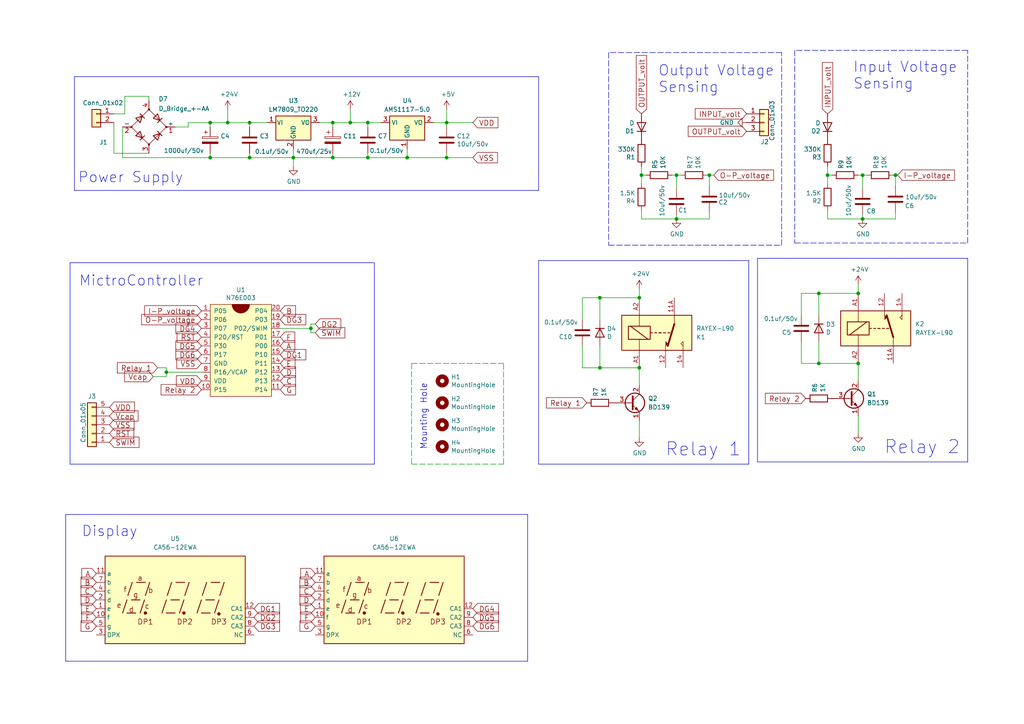
<source format=kicad_sch>
(kicad_sch (version 20231120) (generator "eeschema") (generator_version "8.0")
  (paper "A4")
  (lib_symbols
    (symbol "Connector_Generic:Conn_01x02" (pin_names (offset 1.016) hide)
      (property "Reference" "J" (at 0 2.54 0))
      (property "Value" "Conn_01x02" (at 0 -5.08 0))
      (symbol "Conn_01x02_1_1"
        (rectangle (start -1.27 -2.413) (end 0 -2.667) (stroke (width 0.1524)))
        (rectangle (start -1.27 0.127) (end 0 -0.127) (stroke (width 0.1524)))
        (rectangle (start -1.27 1.27) (end 1.27 -3.81) (stroke (width 0.254)) (fill (type background)))
        (pin passive line (at -5.08 0 0) (length 3.81) (name "Pin_1") (number "1"))
        (pin passive line (at -5.08 -2.54 0) (length 3.81) (name "Pin_2") (number "2"))
      )
    )
    (symbol "Connector_Generic:Conn_01x03" (pin_names (offset 1.016) hide)
      (property "Reference" "J" (at 0 5.08 0))
      (property "Value" "Conn_01x03" (at 0 -5.08 0))
      (symbol "Conn_01x03_1_1"
        (rectangle (start -1.27 -2.413) (end 0 -2.667) (stroke (width 0.1524)))
        (rectangle (start -1.27 0.127) (end 0 -0.127) (stroke (width 0.1524)))
        (rectangle (start -1.27 2.667) (end 0 2.413) (stroke (width 0.1524)))
        (rectangle (start -1.27 3.81) (end 1.27 -3.81) (stroke (width 0.254)) (fill (type background)))
        (pin passive line (at -5.08 2.54 0) (length 3.81) (name "Pin_1") (number "1"))
        (pin passive line (at -5.08 0 0) (length 3.81) (name "Pin_2") (number "2"))
        (pin passive line (at -5.08 -2.54 0) (length 3.81) (name "Pin_3") (number "3"))
      )
    )
    (symbol "Connector_Generic:Conn_01x05" (pin_names (offset 1.016) hide)
      (property "Reference" "J" (at 0 7.62 0))
      (property "Value" "Conn_01x05" (at 0 -7.62 0))
      (symbol "Conn_01x05_1_1"
        (rectangle (start -1.27 -4.953) (end 0 -5.207) (stroke (width 0.1524)))
        (rectangle (start -1.27 -2.413) (end 0 -2.667) (stroke (width 0.1524)))
        (rectangle (start -1.27 0.127) (end 0 -0.127) (stroke (width 0.1524)))
        (rectangle (start -1.27 2.667) (end 0 2.413) (stroke (width 0.1524)))
        (rectangle (start -1.27 5.207) (end 0 4.953) (stroke (width 0.1524)))
        (rectangle (start -1.27 6.35) (end 1.27 -6.35) (stroke (width 0.254)) (fill (type background)))
        (pin passive line (at -5.08 5.08 0) (length 3.81) (name "Pin_1") (number "1"))
        (pin passive line (at -5.08 2.54 0) (length 3.81) (name "Pin_2") (number "2"))
        (pin passive line (at -5.08 0 0) (length 3.81) (name "Pin_3") (number "3"))
        (pin passive line (at -5.08 -2.54 0) (length 3.81) (name "Pin_4") (number "4"))
        (pin passive line (at -5.08 -5.08 0) (length 3.81) (name "Pin_5") (number "5"))
      )
    )
    (symbol "Device:C" (pin_numbers hide) (pin_names (offset 0.254))
      (property "Reference" "C" (at 0.635 2.54 0))
      (property "Value" "C" (at 0.635 -2.54 0))
      (symbol "C_0_1"
        (polyline (pts (xy -2.032 -0.762) (xy 2.032 -0.762)) (stroke (width 0.508)))
        (polyline (pts (xy -2.032 0.762) (xy 2.032 0.762)) (stroke (width 0.508)))
      )
      (symbol "C_1_1"
        (pin passive line (at 0 3.81 270) (length 2.794) (name "~") (number "1"))
        (pin passive line (at 0 -3.81 90) (length 2.794) (name "~") (number "2"))
      )
    )
    (symbol "Device:D" (pin_numbers hide) (pin_names (offset 1.016) hide)
      (property "Reference" "D" (at 0 2.54 0))
      (property "Value" "D" (at 0 -2.54 0))
      (symbol "D_0_1"
        (polyline (pts (xy -1.27 1.27) (xy -1.27 -1.27)) (stroke (width 0.254)))
        (polyline (pts (xy 1.27 0) (xy -1.27 0)))
        (polyline (pts (xy 1.27 1.27) (xy 1.27 -1.27) (xy -1.27 0) (xy 1.27 1.27)) (stroke (width 0.254)))
      )
      (symbol "D_1_1"
        (pin passive line (at -3.81 0 0) (length 2.54) (name "K") (number "1"))
        (pin passive line (at 3.81 0 180) (length 2.54) (name "A") (number "2"))
      )
    )
    (symbol "Device:D_Bridge_+-AA" (pin_names (offset 0))
      (property "Reference" "D" (at 2.54 6.985 0))
      (property "Value" "D_Bridge_+-AA" (at 2.54 5.08 0))
      (symbol "D_Bridge_+-AA_0_1"
        (circle (center -5.08 0) (radius 0.254) (fill (type outline)))
        (circle (center 0 -5.08) (radius 0.254) (fill (type outline)))
        (polyline (pts (xy -2.54 3.81) (xy -1.27 2.54)) (stroke (width 0.254)))
        (polyline (pts (xy -1.27 -2.54) (xy -2.54 -3.81)) (stroke (width 0.254)))
        (polyline (pts (xy 2.54 -1.27) (xy 3.81 -2.54)) (stroke (width 0.254)))
        (polyline (pts (xy 2.54 1.27) (xy 3.81 2.54)) (stroke (width 0.254)))
        (polyline (pts (xy -3.81 2.54) (xy -2.54 1.27) (xy -1.905 3.175) (xy -3.81 2.54)) (stroke (width 0.254)))
        (polyline (pts (xy -2.54 -1.27) (xy -3.81 -2.54) (xy -1.905 -3.175) (xy -2.54 -1.27)) (stroke (width 0.254)))
        (polyline (pts (xy 1.27 2.54) (xy 2.54 3.81) (xy 3.175 1.905) (xy 1.27 2.54)) (stroke (width 0.254)))
        (polyline (pts (xy 3.175 -1.905) (xy 1.27 -2.54) (xy 2.54 -3.81) (xy 3.175 -1.905)) (stroke (width 0.254)))
        (polyline (pts (xy -5.08 0) (xy 0 -5.08) (xy 5.08 0) (xy 0 5.08) (xy -5.08 0)))
        (circle (center 0 5.08) (radius 0.254) (fill (type outline)))
        (circle (center 5.08 0) (radius 0.254) (fill (type outline)))
      )
      (symbol "D_Bridge_+-AA_1_1"
        (pin passive line (at 7.62 0 180) (length 2.54) (name "+") (number "1"))
        (pin passive line (at -7.62 0 0) (length 2.54) (name "-") (number "2"))
        (pin passive line (at 0 7.62 270) (length 2.54) (name "~") (number "3"))
        (pin passive line (at 0 -7.62 90) (length 2.54) (name "~") (number "4"))
      )
    )
    (symbol "Device:R" (pin_numbers hide) (pin_names (offset 0))
      (property "Reference" "R" (at 2.032 0 90))
      (property "Value" "R" (at 0 0 90))
      (symbol "R_0_1"
        (rectangle (start -1.016 -2.54) (end 1.016 2.54) (stroke (width 0.254)))
      )
      (symbol "R_1_1"
        (pin passive line (at 0 3.81 270) (length 1.27) (name "~") (number "1"))
        (pin passive line (at 0 -3.81 90) (length 1.27) (name "~") (number "2"))
      )
    )
    (symbol "Mechanical:MountingHole" (pin_names (offset 1.016)) (exclude_from_sim yes) (in_bom no)
      (property "Reference" "H" (at 0 5.08 0))
      (property "Value" "MountingHole" (at 0 3.175 0))
      (symbol "MountingHole_0_1"
        (circle (center 0 0) (radius 1.27) (stroke (width 1.27)))
      )
    )
    (symbol "My_Custom_Library:CA56-12EWA"
      (property "Reference" "U" (at -19.05 13.97 0))
      (property "Value" "CA56-12EWA" (at 13.97 13.97 0))
      (symbol "CA56-12EWA_0_0"
        (polyline (pts (xy -15.24 -3.81) (xy -13.97 0)) (stroke (width 0.254)))
        (polyline (pts (xy -13.97 -3.81) (xy -11.43 -3.81)) (stroke (width 0.254)))
        (polyline (pts (xy -13.716 1.27) (xy -12.446 5.08)) (stroke (width 0.254)))
        (polyline (pts (xy -12.7 0) (xy -10.16 0)) (stroke (width 0.254)))
        (polyline (pts (xy -11.176 5.08) (xy -8.636 5.08)) (stroke (width 0.254)))
        (polyline (pts (xy -10.16 -3.81) (xy -8.89 0)) (stroke (width 0.254)))
        (polyline (pts (xy -8.636 1.27) (xy -7.366 5.08)) (stroke (width 0.254)))
        (polyline (pts (xy -3.81 -3.81) (xy -2.54 0)) (stroke (width 0.254)))
        (polyline (pts (xy -2.54 -3.81) (xy 0 -3.81)) (stroke (width 0.254)))
        (polyline (pts (xy -2.286 1.27) (xy -1.016 5.08)) (stroke (width 0.254)))
        (polyline (pts (xy -1.27 0) (xy 1.27 0)) (stroke (width 0.254)))
        (polyline (pts (xy 0.254 5.08) (xy 2.794 5.08)) (stroke (width 0.254)))
        (polyline (pts (xy 1.27 -3.81) (xy 2.54 0)) (stroke (width 0.254)))
        (polyline (pts (xy 2.794 1.27) (xy 4.064 5.08)) (stroke (width 0.254)))
        (polyline (pts (xy 6.35 -3.81) (xy 7.62 0)) (stroke (width 0.254)))
        (polyline (pts (xy 7.62 -3.81) (xy 10.16 -3.81)) (stroke (width 0.254)))
        (polyline (pts (xy 7.874 1.27) (xy 9.144 5.08)) (stroke (width 0.254)))
        (polyline (pts (xy 8.89 0) (xy 11.43 0)) (stroke (width 0.254)))
        (polyline (pts (xy 10.414 5.08) (xy 12.954 5.08)) (stroke (width 0.254)))
        (polyline (pts (xy 11.43 -3.81) (xy 12.7 0)) (stroke (width 0.254)))
        (polyline (pts (xy 12.954 1.27) (xy 14.224 5.08)) (stroke (width 0.254)))
        (text "a" (at -10.16 6.35 0) (effects (font (size 1.524 1.524))))
        (text "b" (at -7.112 2.794 0) (effects (font (size 1.524 1.524))))
        (text "c" (at -8.128 -1.778 0) (effects (font (size 1.524 1.524))))
        (text "d" (at -12.7 -2.794 0) (effects (font (size 1.524 1.524))))
        (text "DP1" (at -8.636 -6.35 0) (effects (font (size 1.524 1.524))))
        (text "DP2" (at 2.794 -6.35 0) (effects (font (size 1.524 1.524))))
        (text "DP3" (at 12.7 -6.35 0) (effects (font (size 1.524 1.524))))
        (text "e" (at -16.256 -1.524 0) (effects (font (size 1.524 1.524))))
        (text "f" (at -14.478 3.048 0) (effects (font (size 1.524 1.524))))
        (text "g" (at -11.43 1.524 0) (effects (font (size 1.524 1.524))))
      )
      (symbol "CA56-12EWA_0_1"
        (rectangle (start -20.32 12.7) (end 20.32 -12.7) (stroke (width 0.254)) (fill (type background)))
        (circle (center -8.636 -3.81) (radius 0.3556) (stroke (width 0.254)) (fill (type outline)))
        (circle (center 2.54 -3.81) (radius 0.3556) (stroke (width 0.254)) (fill (type outline)))
      )
      (symbol "CA56-12EWA_1_0"
        (circle (center 12.7 -4.064) (radius 0.3556) (stroke (width 0.254)) (fill (type outline)))
      )
      (symbol "CA56-12EWA_1_1"
        (pin input line (at -22.86 -2.54 0) (length 2.54) (name "e") (number "1"))
        (pin input line (at -22.86 -5.08 0) (length 2.54) (name "f") (number "10"))
        (pin input line (at -22.86 7.62 0) (length 2.54) (name "a") (number "11"))
        (pin input line (at 22.86 -2.54 180) (length 2.54) (name "CA1") (number "12"))
        (pin input line (at -22.86 0 0) (length 2.54) (name "d") (number "2"))
        (pin input line (at -22.86 -10.16 0) (length 2.54) (name "DPX") (number "3"))
        (pin input line (at -22.86 2.54 0) (length 2.54) (name "c") (number "4"))
        (pin input line (at -22.86 -7.62 0) (length 2.54) (name "g") (number "5"))
        (pin input line (at 22.86 -10.16 180) (length 2.54) (name "NC") (number "6"))
        (pin input line (at -22.86 5.08 0) (length 2.54) (name "b") (number "7"))
        (pin input line (at 22.86 -7.62 180) (length 2.54) (name "CA3") (number "8"))
        (pin input line (at 22.86 -5.08 180) (length 2.54) (name "CA2") (number "9"))
      )
    )
    (symbol "Regulator_Linear:AMS1117-5.0"
      (property "Reference" "U" (at -3.81 3.175 0))
      (property "Value" "AMS1117-5.0" (at 0 3.175 0))
      (symbol "AMS1117-5.0_0_1"
        (rectangle (start -5.08 -5.08) (end 5.08 1.905) (stroke (width 0.254)) (fill (type background)))
      )
      (symbol "AMS1117-5.0_1_1"
        (pin power_in line (at 0 -7.62 90) (length 2.54) (name "GND") (number "1"))
        (pin power_out line (at 7.62 0 180) (length 2.54) (name "VO") (number "2"))
        (pin power_in line (at -7.62 0 0) (length 2.54) (name "VI") (number "3"))
      )
    )
    (symbol "Regulator_Linear:LM7812_TO220" (pin_names (offset 0.254))
      (property "Reference" "U" (at -3.81 3.175 0))
      (property "Value" "LM7812_TO220" (at 0 3.175 0))
      (symbol "LM7812_TO220_0_1"
        (rectangle (start -5.08 1.905) (end 5.08 -5.08) (stroke (width 0.254)) (fill (type background)))
      )
      (symbol "LM7812_TO220_1_1"
        (pin power_in line (at -7.62 0 0) (length 2.54) (name "VI") (number "1"))
        (pin power_in line (at 0 -7.62 90) (length 2.54) (name "GND") (number "2"))
        (pin power_out line (at 7.62 0 180) (length 2.54) (name "VO") (number "3"))
      )
    )
    (symbol "Relay:RAYEX-L90"
      (property "Reference" "K" (at 11.43 3.81 0))
      (property "Value" "RAYEX-L90" (at 11.43 1.27 0))
      (symbol "RAYEX-L90_1_0"
        (polyline (pts (xy 2.54 3.81) (xy 2.54 5.08)))
        (polyline (pts (xy 7.62 3.81) (xy 7.62 5.08)))
        (polyline (pts (xy 7.62 3.81) (xy 7.62 2.54) (xy 6.985 3.175) (xy 7.62 3.81)))
      )
      (symbol "RAYEX-L90_1_1"
        (rectangle (start -10.16 5.08) (end 10.16 -5.08) (stroke (width 0.254)) (fill (type background)))
        (rectangle (start -8.255 1.905) (end -1.905 -1.905) (stroke (width 0.254)))
        (polyline (pts (xy -7.62 -1.905) (xy -2.54 1.905)) (stroke (width 0.254)))
        (polyline (pts (xy -5.08 -5.08) (xy -5.08 -1.905)))
        (polyline (pts (xy -5.08 5.08) (xy -5.08 1.905)))
        (polyline (pts (xy -1.905 0) (xy -1.27 0)) (stroke (width 0.254)))
        (polyline (pts (xy -0.635 0) (xy 0 0)) (stroke (width 0.254)))
        (polyline (pts (xy 0.635 0) (xy 1.27 0)) (stroke (width 0.254)))
        (polyline (pts (xy 0.635 0) (xy 1.27 0)) (stroke (width 0.254)))
        (polyline (pts (xy 1.905 0) (xy 2.54 0)) (stroke (width 0.254)))
        (polyline (pts (xy 3.175 0) (xy 3.81 0)) (stroke (width 0.254)))
        (polyline (pts (xy 5.08 -2.54) (xy 3.175 3.81)) (stroke (width 0.508)))
        (polyline (pts (xy 5.08 -2.54) (xy 5.08 -5.08)))
        (polyline (pts (xy 2.54 2.54) (xy 3.175 3.175) (xy 2.54 3.81)) (fill (type outline)))
        (pin passive line (at 5.08 -10.16 90) (length 5.08) (name "~") (number "11A"))
        (pin passive line (at 5.08 -10.16 90) (length 5.08) hide (name "~") (number "11B"))
        (pin passive line (at 2.54 10.16 270) (length 5.08) (name "~") (number "12"))
        (pin passive line (at 7.62 10.16 270) (length 5.08) (name "~") (number "14"))
        (pin passive line (at -5.08 10.16 270) (length 5.08) (name "~") (number "A1"))
        (pin passive line (at -5.08 -10.16 90) (length 5.08) (name "~") (number "A2"))
      )
    )
    (symbol "SERVO CONTROL CARD-rescue:+12V-power" (power) (pin_names (offset 0))
      (property "Value" "power_+12V" (at 0 3.556 0))
      (symbol "+12V-power_0_1"
        (polyline (pts (xy -0.762 1.27) (xy 0 2.54)))
        (polyline (pts (xy 0 0) (xy 0 2.54)))
        (polyline (pts (xy 0 2.54) (xy 0.762 1.27)))
      )
      (symbol "+12V-power_1_1"
        (pin power_in line (at 0 0 90) (length 0) hide (name "+12V") (number "1"))
      )
    )
    (symbol "SERVO CONTROL CARD-rescue:+5V-power" (power) (pin_names (offset 0))
      (property "Value" "power_+5V" (at 0 3.556 0))
      (symbol "+5V-power_0_1"
        (polyline (pts (xy -0.762 1.27) (xy 0 2.54)))
        (polyline (pts (xy 0 0) (xy 0 2.54)))
        (polyline (pts (xy 0 2.54) (xy 0.762 1.27)))
      )
      (symbol "+5V-power_1_1"
        (pin power_in line (at 0 0 90) (length 0) hide (name "+5V") (number "1"))
      )
    )
    (symbol "SERVO CONTROL CARD-rescue:CP-Device" (pin_numbers hide) (pin_names (offset 0.254))
      (property "Reference" "C" (at 0.635 2.54 0))
      (property "Value" "Device_CP" (at 0.635 -2.54 0))
      (symbol "CP-Device_0_1"
        (rectangle (start -2.286 0.508) (end 2.286 1.016))
        (polyline (pts (xy -1.778 2.286) (xy -0.762 2.286)))
        (polyline (pts (xy -1.27 2.794) (xy -1.27 1.778)))
        (rectangle (start 2.286 -0.508) (end -2.286 -1.016) (fill (type outline)))
      )
      (symbol "CP-Device_1_1"
        (pin passive line (at 0 3.81 270) (length 2.794) (name "~") (number "1"))
        (pin passive line (at 0 -3.81 90) (length 2.794) (name "~") (number "2"))
      )
    )
    (symbol "SERVO CONTROL CARD-rescue:GND-power" (power) (pin_names (offset 0))
      (property "Value" "power_GND" (at 0 -3.81 0))
      (symbol "GND-power_0_1"
        (polyline (pts (xy 0 0) (xy 0 -1.27) (xy 1.27 -1.27) (xy 0 -2.54) (xy -1.27 -1.27) (xy 0 -1.27)))
      )
      (symbol "GND-power_1_1"
        (pin power_in line (at 0 0 270) (length 0) hide (name "GND") (number "1"))
      )
    )
    (symbol "SERVO CONTROL CARD-rescue:N76E003-My_Custom_Library" (pin_names (offset 1.016))
      (property "Reference" "U" (at -8.255 15.24 0))
      (property "Value" "My_Custom_Library_N76E003" (at 0 -13.97 0))
      (symbol "N76E003-My_Custom_Library_0_1"
        (rectangle (start -8.89 13.97) (end 8.89 -12.7) (fill (type background)))
        (arc (start -2.54 13.97) (mid 0 11.43) (end 2.54 13.97) (fill (type outline)))
      )
      (symbol "N76E003-My_Custom_Library_1_1"
        (pin input line (at -11.43 12.065 0) (length 2.54) (name "P05") (number "1"))
        (pin input line (at -11.43 -10.795 0) (length 2.54) (name "P15") (number "10"))
        (pin input line (at 11.43 -10.795 180) (length 2.54) (name "P14") (number "11"))
        (pin input line (at 11.43 -8.255 180) (length 2.54) (name "P13") (number "12"))
        (pin input line (at 11.43 -5.715 180) (length 2.54) (name "P12") (number "13"))
        (pin input line (at 11.43 -3.175 180) (length 2.54) (name "P11") (number "14"))
        (pin input line (at 11.43 -0.635 180) (length 2.54) (name "P10") (number "15"))
        (pin input line (at 11.43 1.905 180) (length 2.54) (name "P00") (number "16"))
        (pin input line (at 11.43 4.445 180) (length 2.54) (name "P01") (number "17"))
        (pin input line (at 11.43 6.985 180) (length 2.54) (name "P02/SWIM") (number "18"))
        (pin input line (at 11.43 9.525 180) (length 2.54) (name "P03") (number "19"))
        (pin input line (at -11.43 9.525 0) (length 2.54) (name "P06") (number "2"))
        (pin input line (at 11.43 12.065 180) (length 2.54) (name "P04") (number "20"))
        (pin input line (at -11.43 6.985 0) (length 2.54) (name "P07") (number "3"))
        (pin input line (at -11.43 4.445 0) (length 2.54) (name "P20/RST") (number "4"))
        (pin input line (at -11.43 1.905 0) (length 2.54) (name "P30") (number "5"))
        (pin input line (at -11.43 -0.635 0) (length 2.54) (name "P17") (number "6"))
        (pin input line (at -11.43 -3.175 0) (length 2.54) (name "GND") (number "7"))
        (pin input line (at -11.43 -5.715 0) (length 2.54) (name "P16/VCAP") (number "8"))
        (pin input line (at -11.43 -8.255 0) (length 2.54) (name "VDD") (number "9"))
      )
    )
    (symbol "Transistor_BJT:BD139" (pin_names (offset 0) hide)
      (property "Reference" "Q" (at 5.08 1.905 0))
      (property "Value" "BD139" (at 5.08 0 0))
      (symbol "BD139_0_1"
        (polyline (pts (xy 0 0) (xy 0.635 0)))
        (polyline (pts (xy 2.54 -2.54) (xy 0.635 -0.635)))
        (polyline (pts (xy 2.54 2.54) (xy 0.635 0.635)))
        (polyline (pts (xy 0.635 1.905) (xy 0.635 -1.905) (xy 0.635 -1.905)) (stroke (width 0.508)) (fill (type outline)))
        (polyline (pts (xy 1.2446 -1.778) (xy 1.7526 -1.27) (xy 2.286 -2.286) (xy 1.2446 -1.778) (xy 1.2446 -1.778)) (fill (type outline)))
        (circle (center 1.27 0) (radius 2.8194) (stroke (width 0.3048)))
      )
      (symbol "BD139_1_1"
        (pin passive line (at 2.54 -5.08 90) (length 2.54) (name "E") (number "1"))
        (pin passive line (at 2.54 5.08 270) (length 2.54) (name "C") (number "2"))
        (pin input line (at -5.08 0 0) (length 5.08) (name "B") (number "3"))
      )
    )
    (symbol "power:GND" (power) (pin_numbers hide) (pin_names (offset 0) hide)
      (property "Value" "GND" (at 0 -3.81 0))
      (symbol "GND_0_1"
        (polyline (pts (xy 0 0) (xy 0 -1.27) (xy 1.27 -1.27) (xy 0 -2.54) (xy -1.27 -1.27) (xy 0 -1.27)))
      )
      (symbol "GND_1_1"
        (pin power_in line (at 0 0 270) (length 0) (name "~") (number "1"))
      )
    )
  )
  (junction (at 118.11 45.72))
  (junction (at 96.52 45.72))
  (junction (at 60.96 35.56))
  (junction (at 196.215 50.8))
  (junction (at 129.54 45.72))
  (junction (at 72.39 35.56))
  (junction (at 185.42 86.36))
  (junction (at 48.26 107.95))
  (junction (at 96.52 35.56))
  (junction (at 185.42 106.68))
  (junction (at 250.19 50.8))
  (junction (at 237.49 105.41))
  (junction (at 101.6 35.56))
  (junction (at 237.49 85.09))
  (junction (at 205.74 50.8))
  (junction (at 250.19 63.5))
  (junction (at 248.92 85.09))
  (junction (at 259.715 50.8))
  (junction (at 173.99 106.68))
  (junction (at 186.055 50.8))
  (junction (at 248.92 105.41))
  (junction (at 60.96 45.72))
  (junction (at 85.09 45.72))
  (junction (at 106.68 45.72))
  (junction (at 173.99 86.36))
  (junction (at 240.03 50.8))
  (junction (at 66.04 35.56))
  (junction (at 72.39 45.72))
  (junction (at 129.54 35.56))
  (junction (at 106.68 35.56))
  (junction (at 196.215 63.5))
  (junction (at 90.17 95.25))
  (wire (pts (xy 186.055 50.8) (xy 186.055 53.34)))
  (polyline (pts (xy 219.71 133.985) (xy 280.67 133.985)))
  (wire (pts (xy 186.055 63.5) (xy 196.215 63.5)))
  (wire (pts (xy 101.6 31.75) (xy 101.6 35.56)))
  (wire (pts (xy 250.19 63.5) (xy 259.715 63.5)))
  (polyline (pts (xy 176.53 71.12) (xy 226.695 71.12)) (stroke (width 0) (type dash)))
  (wire (pts (xy 250.19 54.61) (xy 250.19 50.8)))
  (wire (pts (xy 129.54 35.56) (xy 129.54 36.83)))
  (wire (pts (xy 232.41 105.41) (xy 237.49 105.41)))
  (wire (pts (xy 92.71 35.56) (xy 96.52 35.56)))
  (wire (pts (xy 35.56 45.72) (xy 60.96 45.72)))
  (wire (pts (xy 106.68 45.72) (xy 118.11 45.72)))
  (wire (pts (xy 90.17 96.52) (xy 91.44 96.52)))
  (wire (pts (xy 168.91 86.36) (xy 173.99 86.36)))
  (wire (pts (xy 248.92 82.55) (xy 248.92 85.09)))
  (polyline (pts (xy 21.59 55.245) (xy 156.21 55.245)))
  (wire (pts (xy 259.715 63.5) (xy 259.715 61.595)))
  (wire (pts (xy 232.41 85.09) (xy 237.49 85.09)))
  (wire (pts (xy 240.03 48.26) (xy 240.03 50.8)))
  (wire (pts (xy 259.08 50.8) (xy 259.715 50.8)))
  (wire (pts (xy 90.17 93.98) (xy 91.44 93.98)))
  (wire (pts (xy 81.28 95.25) (xy 90.17 95.25)))
  (polyline (pts (xy 226.695 71.12) (xy 226.695 15.24)) (stroke (width 0) (type dash)))
  (wire (pts (xy 50.8 36.83) (xy 54.61 36.83)))
  (wire (pts (xy 60.96 35.56) (xy 60.96 36.83)))
  (polyline (pts (xy 20.32 76.2) (xy 108.585 76.2)))
  (wire (pts (xy 60.96 35.56) (xy 66.04 35.56)))
  (wire (pts (xy 106.68 36.83) (xy 106.68 35.56)))
  (wire (pts (xy 248.92 120.65) (xy 248.92 125.73)))
  (wire (pts (xy 173.99 106.68) (xy 185.42 106.68)))
  (polyline (pts (xy 20.32 134.62) (xy 108.585 134.62)))
  (wire (pts (xy 240.03 60.96) (xy 240.03 63.5)))
  (wire (pts (xy 48.26 107.95) (xy 48.26 106.68)))
  (polyline (pts (xy 108.585 76.2) (xy 108.585 134.62)))
  (polyline (pts (xy 219.71 74.93) (xy 280.67 74.93)))
  (wire (pts (xy 36.195 33.02) (xy 36.195 27.94)))
  (wire (pts (xy 43.18 27.94) (xy 43.18 29.21)))
  (wire (pts (xy 72.39 44.45) (xy 72.39 45.72)))
  (wire (pts (xy 48.26 106.68) (xy 45.72 106.68)))
  (wire (pts (xy 259.715 53.975) (xy 259.715 50.8)))
  (wire (pts (xy 250.19 50.8) (xy 248.92 50.8)))
  (wire (pts (xy 168.91 106.68) (xy 173.99 106.68)))
  (wire (pts (xy 60.96 45.72) (xy 72.39 45.72)))
  (polyline (pts (xy 19.05 149.225) (xy 19.05 191.77)))
  (wire (pts (xy 187.325 50.8) (xy 186.055 50.8)))
  (wire (pts (xy 60.96 44.45) (xy 60.96 45.72)))
  (wire (pts (xy 168.91 92.71) (xy 168.91 86.36)))
  (polyline (pts (xy 176.53 15.24) (xy 176.53 71.12)) (stroke (width 0) (type dash)))
  (wire (pts (xy 129.54 31.75) (xy 129.54 35.56)))
  (wire (pts (xy 205.74 50.8) (xy 207.01 50.8)))
  (wire (pts (xy 146.05 134.62) (xy 146.05 105.41)) (stroke (width 0) (type dash)))
  (wire (pts (xy 129.54 35.56) (xy 137.16 35.56)))
  (wire (pts (xy 237.49 85.09) (xy 248.92 85.09)))
  (wire (pts (xy 101.6 35.56) (xy 96.52 35.56)))
  (wire (pts (xy 186.055 60.96) (xy 186.055 63.5)))
  (wire (pts (xy 168.91 100.33) (xy 168.91 106.68)))
  (wire (pts (xy 241.3 50.8) (xy 240.03 50.8)))
  (wire (pts (xy 173.99 92.71) (xy 173.99 86.36)))
  (wire (pts (xy 44.45 109.22) (xy 48.26 109.22)))
  (wire (pts (xy 33.02 44.45) (xy 43.18 44.45)))
  (wire (pts (xy 186.055 48.26) (xy 186.055 50.8)))
  (polyline (pts (xy 280.67 14.605) (xy 230.505 14.605)) (stroke (width 0) (type dash)))
  (wire (pts (xy 36.195 27.94) (xy 43.18 27.94)))
  (wire (pts (xy 118.11 43.18) (xy 118.11 45.72)))
  (wire (pts (xy 54.61 36.83) (xy 54.61 35.56)))
  (polyline (pts (xy 19.05 149.225) (xy 153.035 149.225)))
  (wire (pts (xy 125.73 35.56) (xy 129.54 35.56)))
  (polyline (pts (xy 21.59 22.225) (xy 156.21 22.225)))
  (wire (pts (xy 96.52 35.56) (xy 96.52 36.83)))
  (polyline (pts (xy 153.035 191.77) (xy 19.05 191.77)))
  (wire (pts (xy 106.68 35.56) (xy 110.49 35.56)))
  (wire (pts (xy 173.99 86.36) (xy 185.42 86.36)))
  (polyline (pts (xy 156.21 134.62) (xy 217.17 134.62)))
  (wire (pts (xy 90.17 95.25) (xy 90.17 93.98)))
  (polyline (pts (xy 153.035 149.225) (xy 153.035 191.77)))
  (wire (pts (xy 237.49 99.06) (xy 237.49 105.41)))
  (wire (pts (xy 205.74 63.5) (xy 205.74 61.595)))
  (wire (pts (xy 196.215 54.61) (xy 196.215 50.8)))
  (wire (pts (xy 54.61 35.56) (xy 60.96 35.56)))
  (wire (pts (xy 33.02 33.02) (xy 36.195 33.02)))
  (wire (pts (xy 90.17 95.25) (xy 90.17 96.52)))
  (wire (pts (xy 96.52 45.72) (xy 106.68 45.72)))
  (wire (pts (xy 35.56 36.83) (xy 35.56 45.72)))
  (wire (pts (xy 96.52 44.45) (xy 96.52 45.72)))
  (wire (pts (xy 248.92 105.41) (xy 248.92 110.49)))
  (wire (pts (xy 101.6 35.56) (xy 106.68 35.56)))
  (wire (pts (xy 237.49 105.41) (xy 248.92 105.41)))
  (wire (pts (xy 118.11 45.72) (xy 129.54 45.72)))
  (wire (pts (xy 240.03 63.5) (xy 250.19 63.5)))
  (wire (pts (xy 196.215 63.5) (xy 205.74 63.5)))
  (wire (pts (xy 185.42 83.82) (xy 185.42 86.36)))
  (wire (pts (xy 85.09 48.26) (xy 85.09 45.72)))
  (polyline (pts (xy 217.17 134.62) (xy 217.17 75.565)))
  (polyline (pts (xy 219.71 74.93) (xy 219.71 133.985)))
  (polyline (pts (xy 226.695 15.24) (xy 176.53 15.24)) (stroke (width 0) (type dash)))
  (wire (pts (xy 72.39 45.72) (xy 85.09 45.72)))
  (wire (pts (xy 185.42 106.68) (xy 185.42 111.76)))
  (wire (pts (xy 240.03 50.8) (xy 240.03 53.34)))
  (wire (pts (xy 85.09 43.18) (xy 85.09 45.72)))
  (wire (pts (xy 119.38 134.62) (xy 146.05 134.62)) (stroke (width 0) (type dash)))
  (polyline (pts (xy 156.21 55.245) (xy 156.21 22.225)))
  (wire (pts (xy 250.19 62.23) (xy 250.19 63.5)))
  (wire (pts (xy 72.39 35.56) (xy 72.39 36.83)))
  (wire (pts (xy 232.41 91.44) (xy 232.41 85.09)))
  (wire (pts (xy 173.99 100.33) (xy 173.99 106.68)))
  (wire (pts (xy 48.26 109.22) (xy 48.26 107.95)))
  (wire (pts (xy 237.49 91.44) (xy 237.49 85.09)))
  (wire (pts (xy 185.42 121.92) (xy 185.42 127)))
  (polyline (pts (xy 20.32 134.62) (xy 20.32 76.2)))
  (wire (pts (xy 129.54 45.72) (xy 137.16 45.72)))
  (polyline (pts (xy 230.505 70.485) (xy 280.67 70.485)) (stroke (width 0) (type dash)))
  (wire (pts (xy 33.02 35.56) (xy 33.02 44.45)))
  (wire (pts (xy 119.38 105.41) (xy 146.05 105.41)) (stroke (width 0) (type dash)))
  (polyline (pts (xy 156.21 75.565) (xy 156.21 134.62)))
  (wire (pts (xy 196.215 50.8) (xy 197.485 50.8)))
  (wire (pts (xy 72.39 35.56) (xy 77.47 35.56)))
  (wire (pts (xy 205.105 50.8) (xy 205.74 50.8)))
  (wire (pts (xy 129.54 44.45) (xy 129.54 45.72)))
  (wire (pts (xy 196.215 62.23) (xy 196.215 63.5)))
  (polyline (pts (xy 230.505 14.605) (xy 230.505 70.485)) (stroke (width 0) (type dash)))
  (wire (pts (xy 232.41 99.06) (xy 232.41 105.41)))
  (wire (pts (xy 58.42 107.95) (xy 48.26 107.95)))
  (wire (pts (xy 259.715 50.8) (xy 260.35 50.8)))
  (polyline (pts (xy 280.67 133.985) (xy 280.67 74.93)))
  (wire (pts (xy 106.68 44.45) (xy 106.68 45.72)))
  (wire (pts (xy 85.09 45.72) (xy 96.52 45.72)))
  (wire (pts (xy 205.74 50.8) (xy 205.74 53.975)))
  (wire (pts (xy 119.38 105.41) (xy 119.38 134.62)) (stroke (width 0) (type dash)))
  (wire (pts (xy 66.04 35.56) (xy 66.04 31.75)))
  (polyline (pts (xy 156.21 75.565) (xy 217.17 75.565)))
  (wire (pts (xy 196.215 50.8) (xy 194.945 50.8)))
  (polyline (pts (xy 21.59 22.225) (xy 21.59 55.245)))
  (wire (pts (xy 250.19 50.8) (xy 251.46 50.8)))
  (polyline (pts (xy 280.67 70.485) (xy 280.67 14.605)) (stroke (width 0) (type dash)))
  (wire (pts (xy 66.04 35.56) (xy 72.39 35.56)))
  (text "Relay 2" (at 267.462 129.794 0) (effects (font (size 3.81 3.81))))
  (text "Input Voltage \nSensing" (at 247.396 26.162 0) (effects (font (size 2.9972 2.9972)) (justify left bottom)))
  (text "Display" (at 23.622 155.956 0) (effects (font (size 2.9972 2.9972)) (justify left bottom)))
  (text "Relay 1" (at 203.962 130.429 0) (effects (font (size 3.81 3.81))))
  (text "MictroController" (at 22.86 83.312 0) (effects (font (size 2.9972 2.9972)) (justify left bottom)))
  (text "Output Voltage \nSensing" (at 190.881 27.178 0) (effects (font (size 2.9972 2.9972)) (justify left bottom)))
  (text "Mounting Hole" (at 123.952 130.556 90) (effects (font (size 1.778 1.778)) (justify left bottom)))
  (text "Power Supply\n" (at 22.606 53.34 0) (effects (font (size 2.9972 2.9972)) (justify left bottom)))
  (global_label "B" (shape input) (at 27.94 168.91 180) (effects (font (size 1.524 1.524))) (property "Intersheetrefs" "${INTERSHEET_REFS}" (effects (hide yes))))
  (global_label "DG1" (shape input) (at 73.66 176.53 0) (effects (font (size 1.524 1.524))) (property "Intersheetrefs" "${INTERSHEET_REFS}" (effects (hide yes))))
  (global_label "C" (shape input) (at 27.94 171.45 180) (effects (font (size 1.524 1.524))) (property "Intersheetrefs" "${INTERSHEET_REFS}" (effects (hide yes))))
  (global_label "D" (shape input) (at 27.94 173.99 180) (effects (font (size 1.524 1.524))) (property "Intersheetrefs" "${INTERSHEET_REFS}" (effects (hide yes))))
  (global_label "O-P_voltage" (shape input) (at 207.01 50.8 0) (effects (font (size 1.524 1.524))) (property "Intersheetrefs" "${INTERSHEET_REFS}" (effects (hide yes))))
  (global_label "A" (shape input) (at 27.94 166.37 180) (effects (font (size 1.524 1.524))) (property "Intersheetrefs" "${INTERSHEET_REFS}" (effects (hide yes))))
  (global_label "Vcap" (shape input) (at 44.45 109.22 180) (effects (font (size 1.524 1.524))) (property "Intersheetrefs" "${INTERSHEET_REFS}" (effects (hide yes))))
  (global_label "B" (shape input) (at 91.44 168.91 180) (effects (font (size 1.524 1.524))) (property "Intersheetrefs" "${INTERSHEET_REFS}" (effects (hide yes))))
  (global_label "VDD" (shape input) (at 58.42 110.49 180) (effects (font (size 1.524 1.524))) (property "Intersheetrefs" "${INTERSHEET_REFS}" (effects (hide yes))))
  (global_label "Relay 1" (shape input) (at 170.18 116.84 180) (effects (font (size 1.524 1.524))) (property "Intersheetrefs" "${INTERSHEET_REFS}" (effects (hide yes))))
  (global_label "Vcap" (shape input) (at 31.75 120.65 0) (effects (font (size 1.524 1.524))) (property "Intersheetrefs" "${INTERSHEET_REFS}" (effects (hide yes))))
  (global_label "DG3" (shape input) (at 73.66 181.61 0) (effects (font (size 1.524 1.524))) (property "Intersheetrefs" "${INTERSHEET_REFS}" (effects (hide yes))))
  (global_label "F" (shape input) (at 27.94 179.07 180) (effects (font (size 1.524 1.524))) (property "Intersheetrefs" "${INTERSHEET_REFS}" (effects (hide yes))))
  (global_label "INPUT_volt" (shape input) (at 216.535 33.02 180) (effects (font (size 1.524 1.524))) (property "Intersheetrefs" "${INTERSHEET_REFS}" (effects (hide yes))))
  (global_label "VSS" (shape input) (at 137.16 45.72 0) (effects (font (size 1.524 1.524))) (property "Intersheetrefs" "${INTERSHEET_REFS}" (effects (hide yes))))
  (global_label "Relay 1" (shape input) (at 45.72 106.68 180) (effects (font (size 1.524 1.524))) (property "Intersheetrefs" "${INTERSHEET_REFS}" (effects (hide yes))))
  (global_label "DG2" (shape input) (at 91.44 93.98 0) (effects (font (size 1.524 1.524))) (property "Intersheetrefs" "${INTERSHEET_REFS}" (effects (hide yes))))
  (global_label "A" (shape input) (at 91.44 166.37 180) (effects (font (size 1.524 1.524))) (property "Intersheetrefs" "${INTERSHEET_REFS}" (effects (hide yes))))
  (global_label "D" (shape input) (at 81.28 107.95 0) (effects (font (size 1.524 1.524))) (property "Intersheetrefs" "${INTERSHEET_REFS}" (effects (hide yes))))
  (global_label "B" (shape input) (at 81.28 90.17 0) (effects (font (size 1.524 1.524))) (property "Intersheetrefs" "${INTERSHEET_REFS}" (effects (hide yes))))
  (global_label "INPUT_volt" (shape input) (at 240.03 33.02 90) (effects (font (size 1.524 1.524))) (property "Intersheetrefs" "${INTERSHEET_REFS}" (effects (hide yes))))
  (global_label "D" (shape input) (at 91.44 173.99 180) (effects (font (size 1.524 1.524))) (property "Intersheetrefs" "${INTERSHEET_REFS}" (effects (hide yes))))
  (global_label "I-P_voltage" (shape input) (at 260.35 50.8 0) (effects (font (size 1.524 1.524))) (property "Intersheetrefs" "${INTERSHEET_REFS}" (effects (hide yes))))
  (global_label "O-P_voltage" (shape input) (at 58.42 92.71 180) (effects (font (size 1.524 1.524))) (property "Intersheetrefs" "${INTERSHEET_REFS}" (effects (hide yes))))
  (global_label "F" (shape input) (at 81.28 97.79 0) (effects (font (size 1.524 1.524))) (property "Intersheetrefs" "${INTERSHEET_REFS}" (effects (hide yes))))
  (global_label "G" (shape input) (at 27.94 181.61 180) (effects (font (size 1.524 1.524))) (property "Intersheetrefs" "${INTERSHEET_REFS}" (effects (hide yes))))
  (global_label "OUTPUT_volt" (shape input) (at 216.535 38.1 180) (effects (font (size 1.524 1.524))) (property "Intersheetrefs" "${INTERSHEET_REFS}" (effects (hide yes))))
  (global_label "F" (shape input) (at 91.44 179.07 180) (effects (font (size 1.524 1.524))) (property "Intersheetrefs" "${INTERSHEET_REFS}" (effects (hide yes))))
  (global_label "E" (shape input) (at 27.94 176.53 180) (effects (font (size 1.524 1.524))) (property "Intersheetrefs" "${INTERSHEET_REFS}" (effects (hide yes))))
  (global_label "E" (shape input) (at 81.28 105.41 0) (effects (font (size 1.524 1.524))) (property "Intersheetrefs" "${INTERSHEET_REFS}" (effects (hide yes))))
  (global_label "VDD" (shape input) (at 31.75 118.11 0) (effects (font (size 1.524 1.524))) (property "Intersheetrefs" "${INTERSHEET_REFS}" (effects (hide yes))))
  (global_label "DG4" (shape input) (at 58.42 95.25 180) (effects (font (size 1.524 1.524))) (property "Intersheetrefs" "${INTERSHEET_REFS}" (effects (hide yes))))
  (global_label "OUTPUT_volt" (shape input) (at 186.055 33.02 90) (effects (font (size 1.524 1.524))) (property "Intersheetrefs" "${INTERSHEET_REFS}" (effects (hide yes))))
  (global_label "DG5" (shape input) (at 137.16 179.07 0) (effects (font (size 1.524 1.524))) (property "Intersheetrefs" "${INTERSHEET_REFS}" (effects (hide yes))))
  (global_label "E" (shape input) (at 91.44 176.53 180) (effects (font (size 1.524 1.524))) (property "Intersheetrefs" "${INTERSHEET_REFS}" (effects (hide yes))))
  (global_label "DG2" (shape input) (at 73.66 179.07 0) (effects (font (size 1.524 1.524))) (property "Intersheetrefs" "${INTERSHEET_REFS}" (effects (hide yes))))
  (global_label "G" (shape input) (at 81.28 113.03 0) (effects (font (size 1.524 1.524))) (property "Intersheetrefs" "${INTERSHEET_REFS}" (effects (hide yes))))
  (global_label "G" (shape input) (at 91.44 181.61 180) (effects (font (size 1.524 1.524))) (property "Intersheetrefs" "${INTERSHEET_REFS}" (effects (hide yes))))
  (global_label "RST" (shape input) (at 58.42 97.79 180) (effects (font (size 1.524 1.524))) (property "Intersheetrefs" "${INTERSHEET_REFS}" (effects (hide yes))))
  (global_label "A" (shape input) (at 81.28 100.33 0) (effects (font (size 1.524 1.524))) (property "Intersheetrefs" "${INTERSHEET_REFS}" (effects (hide yes))))
  (global_label "VSS" (shape input) (at 58.42 105.41 180) (effects (font (size 1.524 1.524))) (property "Intersheetrefs" "${INTERSHEET_REFS}" (effects (hide yes))))
  (global_label "I-P_voltage" (shape input) (at 58.42 90.17 180) (effects (font (size 1.524 1.524))) (property "Intersheetrefs" "${INTERSHEET_REFS}" (effects (hide yes))))
  (global_label "DG6" (shape input) (at 137.16 181.61 0) (effects (font (size 1.524 1.524))) (property "Intersheetrefs" "${INTERSHEET_REFS}" (effects (hide yes))))
  (global_label "VSS" (shape input) (at 31.75 123.19 0) (effects (font (size 1.524 1.524))) (property "Intersheetrefs" "${INTERSHEET_REFS}" (effects (hide yes))))
  (global_label "SWIM" (shape input) (at 31.75 128.27 0) (effects (font (size 1.524 1.524))) (property "Intersheetrefs" "${INTERSHEET_REFS}" (effects (hide yes))))
  (global_label "DG6" (shape input) (at 58.42 102.87 180) (effects (font (size 1.524 1.524))) (property "Intersheetrefs" "${INTERSHEET_REFS}" (effects (hide yes))))
  (global_label "DG1" (shape input) (at 81.28 102.87 0) (effects (font (size 1.524 1.524))) (property "Intersheetrefs" "${INTERSHEET_REFS}" (effects (hide yes))))
  (global_label "C" (shape input) (at 91.44 171.45 180) (effects (font (size 1.524 1.524))) (property "Intersheetrefs" "${INTERSHEET_REFS}" (effects (hide yes))))
  (global_label "RST" (shape input) (at 31.75 125.73 0) (effects (font (size 1.524 1.524))) (property "Intersheetrefs" "${INTERSHEET_REFS}" (effects (hide yes))))
  (global_label "Relay 2" (shape input) (at 233.68 115.57 180) (effects (font (size 1.524 1.524))) (property "Intersheetrefs" "${INTERSHEET_REFS}" (effects (hide yes))))
  (global_label "C" (shape input) (at 81.28 110.49 0) (effects (font (size 1.524 1.524))) (property "Intersheetrefs" "${INTERSHEET_REFS}" (effects (hide yes))))
  (global_label "SWIM" (shape input) (at 91.44 96.52 0) (effects (font (size 1.524 1.524))) (property "Intersheetrefs" "${INTERSHEET_REFS}" (effects (hide yes))))
  (global_label "DG4" (shape input) (at 137.16 176.53 0) (effects (font (size 1.524 1.524))) (property "Intersheetrefs" "${INTERSHEET_REFS}" (effects (hide yes))))
  (global_label "DG5" (shape input) (at 58.42 100.33 180) (effects (font (size 1.524 1.524))) (property "Intersheetrefs" "${INTERSHEET_REFS}" (effects (hide yes))))
  (global_label "Relay 2" (shape input) (at 58.42 113.03 180) (effects (font (size 1.524 1.524))) (property "Intersheetrefs" "${INTERSHEET_REFS}" (effects (hide yes))))
  (global_label "VDD" (shape input) (at 137.16 35.56 0) (effects (font (size 1.524 1.524))) (property "Intersheetrefs" "${INTERSHEET_REFS}" (effects (hide yes))))
  (global_label "DG3" (shape input) (at 81.28 92.71 0) (effects (font (size 1.524 1.524))) (property "Intersheetrefs" "${INTERSHEET_REFS}" (effects (hide yes))))
  (symbol (lib_id "SERVO CONTROL CARD-rescue:N76E003-My_Custom_Library") (at 69.85 102.235 0) (unit 1)
    (property "Reference" "U1" (at 69.85 84.074 0))
    (property "Value" "N76E003" (at 69.85 86.3854 0))
    (property "Footprint" "My Custom Footprint:SSOP-20_5.3x7.2mm_P0.65mm" (effects (hide yes)))
  )
  (symbol (lib_id "Connector_Generic:Conn_01x05") (at 26.67 123.19 180) (unit 1)
    (property "Reference" "J3" (at 26.67 114.935 0))
    (property "Value" "Conn_01x05" (at 24.13 122.555 90))
    (property "Footprint" "My Custom Footprint:5_Pin_PinHeader_1x05_P2.54mm_Vertical" (effects (hide yes)))
  )
  (symbol (lib_id "SERVO CONTROL CARD-rescue:GND-power") (at 85.09 48.26 0) (unit 1)
    (property "Reference" "#PWR0101" (effects (hide yes)))
    (property "Value" "GND" (at 85.217 52.6542 0))
  )
  (symbol (lib_id "SERVO CONTROL CARD-rescue:+5V-power") (at 101.6 31.75 0) (unit 1)
    (property "Reference" "#PWR0102" (effects (hide yes)))
    (property "Value" "+12V" (at 101.981 27.3558 0))
  )
  (symbol (lib_id "SERVO CONTROL CARD-rescue:CP-Device") (at 60.96 40.64 0) (unit 1)
    (property "Reference" "C4" (at 63.9572 39.4716 0) (effects (justify left)))
    (property "Value" "1000uf/50v" (at 47.498 43.688 0) (effects (justify left)))
    (property "Footprint" "Capacitor_THT:CP_Radial_D12.5mm_P5.00mm" (effects (hide yes)))
  )
  (symbol (lib_id "SERVO CONTROL CARD-rescue:GND-power") (at 250.19 63.5 0) (unit 1)
    (property "Reference" "#PWR0103" (effects (hide yes)))
    (property "Value" "GND" (at 250.317 67.8942 0))
  )
  (symbol (lib_id "Device:R") (at 240.03 44.45 0) (unit 1)
    (property "Reference" "R3" (at 238.252 45.6184 0) (effects (justify right)))
    (property "Value" "330K" (at 238.252 43.307 0) (effects (justify right)))
    (property "Footprint" "My Custom Footprint:R_1206_3216Metric" (effects (hide yes)))
  )
  (symbol (lib_id "Device:R") (at 240.03 57.15 0) (unit 1)
    (property "Reference" "R2" (at 238.252 58.3184 0) (effects (justify right)))
    (property "Value" "1.5K" (at 238.252 56.007 0) (effects (justify right)))
    (property "Footprint" "My Custom Footprint:R_1206_3216Metric" (effects (hide yes)))
  )
  (symbol (lib_id "Device:C") (at 106.68 40.64 180) (unit 1)
    (property "Reference" "C7" (at 109.601 39.4716 0) (effects (justify right)))
    (property "Value" "0.1uf/50v" (at 107.188 43.688 0) (effects (justify right)))
    (property "Footprint" "My Custom Footprint:C_1206_3216Metric" (effects (hide yes)))
  )
  (symbol (lib_id "Device:R") (at 245.11 50.8 270) (unit 1)
    (property "Reference" "R9" (at 243.9416 49.022 0) (effects (justify right)))
    (property "Value" "10K" (at 246.253 49.022 0) (effects (justify right)))
    (property "Footprint" "My Custom Footprint:R_1206_3216Metric" (effects (hide yes)))
  )
  (symbol (lib_id "Device:C") (at 250.19 58.42 0) (unit 1)
    (property "Reference" "C8" (at 254 61.214 0) (effects (justify right)))
    (property "Value" "10uf/50v" (at 246.126 53.594 90) (effects (justify right)))
    (property "Footprint" "My Custom Footprint:C_1206_3216Metric" (effects (hide yes)))
  )
  (symbol (lib_id "Mechanical:MountingHole") (at 128.27 129.54 0) (unit 1)
    (property "Reference" "H4" (at 130.81 128.3716 0) (effects (justify left)))
    (property "Value" "MountingHole" (at 130.81 130.683 0) (effects (justify left)))
    (property "Footprint" "MountingHole:MountingHole_3.2mm_M3_Pad_Via" (effects (hide yes)))
  )
  (symbol (lib_id "Mechanical:MountingHole") (at 128.27 123.19 0) (unit 1)
    (property "Reference" "H3" (at 130.81 122.0216 0) (effects (justify left)))
    (property "Value" "MountingHole" (at 130.81 124.333 0) (effects (justify left)))
    (property "Footprint" "MountingHole:MountingHole_3.2mm_M3_Pad_Via" (effects (hide yes)))
  )
  (symbol (lib_id "Mechanical:MountingHole") (at 128.27 116.84 0) (unit 1)
    (property "Reference" "H2" (at 130.81 115.6716 0) (effects (justify left)))
    (property "Value" "MountingHole" (at 130.81 117.983 0) (effects (justify left)))
    (property "Footprint" "MountingHole:MountingHole_3.2mm_M3_Pad_Via" (effects (hide yes)))
  )
  (symbol (lib_id "Mechanical:MountingHole") (at 128.27 110.49 0) (unit 1)
    (property "Reference" "H1" (at 130.81 109.3216 0) (effects (justify left)))
    (property "Value" "MountingHole" (at 130.81 111.633 0) (effects (justify left)))
    (property "Footprint" "MountingHole:MountingHole_3.2mm_M3_Pad_Via" (effects (hide yes)))
  )
  (symbol (lib_id "Device:C") (at 196.215 58.42 0) (unit 1)
    (property "Reference" "C1" (at 199.39 60.96 0) (effects (justify right)))
    (property "Value" "10uf/50v" (at 192.024 53.594 90) (effects (justify right)))
    (property "Footprint" "My Custom Footprint:C_1206_3216Metric" (effects (hide yes)))
  )
  (symbol (lib_id "Device:R") (at 191.135 50.8 270) (unit 1)
    (property "Reference" "R5" (at 189.9666 49.022 0) (effects (justify right)))
    (property "Value" "10K" (at 192.278 49.022 0) (effects (justify right)))
    (property "Footprint" "My Custom Footprint:R_1206_3216Metric" (effects (hide yes)))
  )
  (symbol (lib_id "Device:R") (at 186.055 57.15 0) (unit 1)
    (property "Reference" "R4" (at 184.277 58.3184 0) (effects (justify right)))
    (property "Value" "1.5K" (at 184.277 56.007 0) (effects (justify right)))
    (property "Footprint" "My Custom Footprint:R_1206_3216Metric" (effects (hide yes)))
  )
  (symbol (lib_id "Device:R") (at 186.055 44.45 0) (unit 1)
    (property "Reference" "R1" (at 184.277 45.6184 0) (effects (justify right)))
    (property "Value" "330K" (at 184.277 43.307 0) (effects (justify right)))
    (property "Footprint" "My Custom Footprint:R_1206_3216Metric" (effects (hide yes)))
  )
  (symbol (lib_id "SERVO CONTROL CARD-rescue:GND-power") (at 196.215 63.5 0) (unit 1)
    (property "Reference" "#PWR0105" (effects (hide yes)))
    (property "Value" "GND" (at 196.342 67.8942 0))
  )
  (symbol (lib_id "Device:D") (at 240.03 36.83 90) (unit 1)
    (property "Reference" "D2" (at 237.998 37.9984 90) (effects (justify left)))
    (property "Value" "D" (at 237.998 35.687 90) (effects (justify left)))
    (property "Footprint" "My Custom Footprint:D_1206" (effects (hide yes)))
  )
  (symbol (lib_id "Device:D") (at 186.055 36.83 90) (unit 1)
    (property "Reference" "D1" (at 184.023 37.9984 90) (effects (justify left)))
    (property "Value" "D" (at 184.023 35.687 90) (effects (justify left)))
    (property "Footprint" "My Custom Footprint:D_1206" (effects (hide yes)))
  )
  (symbol (lib_id "SERVO CONTROL CARD-rescue:+12V-power") (at 66.04 31.75 0) (unit 1)
    (property "Reference" "#PWR0109" (effects (hide yes)))
    (property "Value" "+24V" (at 66.421 27.3558 0))
  )
  (symbol (lib_id "Device:D_Bridge_+-AA") (at 43.18 36.83 0) (mirror x) (unit 1)
    (property "Reference" "D7" (at 45.974 28.702 0) (effects (justify left)))
    (property "Value" "D_Bridge_+-AA" (at 45.974 31.496 0) (effects (justify left)))
    (property "Footprint" "My Custom Footprint:MB10_bridge" (effects (hide yes)))
  )
  (symbol (lib_id "Connector_Generic:Conn_01x02") (at 27.94 33.02 0) (mirror y) (unit 1)
    (property "Reference" "J1" (at 30.0228 41.275 0))
    (property "Value" "Conn_01x02" (at 29.845 29.845 0))
    (property "Footprint" "My Custom Footprint:Block_connector_2x1_H1.5_P8" (effects (hide yes)))
  )
  (symbol (lib_id "Device:R") (at 201.295 50.8 270) (unit 1)
    (property "Reference" "R17" (at 200.1266 49.022 0) (effects (justify right)))
    (property "Value" "10K" (at 202.438 49.022 0) (effects (justify right)))
    (property "Footprint" "My Custom Footprint:R_1206_3216Metric" (effects (hide yes)))
  )
  (symbol (lib_id "Device:C") (at 205.74 57.785 0) (unit 1)
    (property "Reference" "C2" (at 211.074 58.674 0) (effects (justify right)))
    (property "Value" "10uf/50v" (at 217.678 56.642 0) (effects (justify right)))
    (property "Footprint" "My Custom Footprint:C_1206_3216Metric" (effects (hide yes)))
  )
  (symbol (lib_id "Device:R") (at 255.27 50.8 270) (unit 1)
    (property "Reference" "R18" (at 254.1016 49.022 0) (effects (justify right)))
    (property "Value" "10K" (at 256.413 49.022 0) (effects (justify right)))
    (property "Footprint" "My Custom Footprint:R_1206_3216Metric" (effects (hide yes)))
  )
  (symbol (lib_id "Device:C") (at 259.715 57.785 0) (unit 1)
    (property "Reference" "C6" (at 265.176 59.69 0) (effects (justify right)))
    (property "Value" "10uf/50v" (at 271.78 57.15 0) (effects (justify right)))
    (property "Footprint" "My Custom Footprint:C_1206_3216Metric" (effects (hide yes)))
  )
  (symbol (lib_id "SERVO CONTROL CARD-rescue:GND-power") (at 216.535 35.56 270) (unit 1)
    (property "Reference" "#PWR0104" (effects (hide yes)))
    (property "Value" "GND" (at 210.82 35.56 90))
  )
  (symbol (lib_id "Relay:RAYEX-L90") (at 254 95.25 0) (unit 1)
    (property "Reference" "K2" (at 265.43 93.9799 0) (effects (justify left)))
    (property "Value" "RAYEX-L90" (at 265.43 96.5199 0) (effects (justify left)))
    (property "Footprint" "My Custom Footprint:Relay_SPDT_RAYEX-L90Ss" (effects (hide yes)))
    (property "Datasheet" "https://a3.sofastcdn.com/attachment/7jioKBjnRiiSrjrjknRiwS77gwbf3zmp/L90-SERIES.pdf" (effects (hide yes)))
    (property "Description" "Power relay, SPDT, 30A" (effects (hide yes)))
  )
  (symbol (lib_id "Device:C") (at 168.91 96.52 0) (unit 1)
    (property "Reference" "C10" (at 165.989 97.6884 0) (effects (justify right)))
    (property "Value" "0.1uf/50v" (at 167.64 93.472 0) (effects (justify right)))
    (property "Footprint" "My Custom Footprint:C_1206_3216Metric" (effects (hide yes)))
  )
  (symbol (lib_id "Device:R") (at 237.49 115.57 270) (unit 1)
    (property "Reference" "R6" (at 236.3216 113.792 0) (effects (justify right)))
    (property "Value" "1K" (at 238.633 113.792 0) (effects (justify right)))
    (property "Footprint" "My Custom Footprint:R_1206_3216Metric" (effects (hide yes)))
  )
  (symbol (lib_id "power:GND") (at 185.42 127 0) (unit 1)
    (property "Reference" "#PWR03" (effects (hide yes)))
    (property "Value" "GND" (at 185.547 131.3942 0))
  )
  (symbol (lib_id "power:GND") (at 248.92 125.73 0) (unit 1)
    (property "Reference" "#PWR02" (effects (hide yes)))
    (property "Value" "GND" (at 249.047 130.1242 0))
  )
  (symbol (lib_id "Device:C") (at 72.39 40.64 180) (unit 1)
    (property "Reference" "C3" (at 75.311 39.4716 0) (effects (justify right)))
    (property "Value" "0.1uf/50v" (at 73.914 43.942 0) (effects (justify right)))
    (property "Footprint" "My Custom Footprint:C_1206_3216Metric" (effects (hide yes)))
  )
  (symbol (lib_id "Transistor_BJT:BD139") (at 182.88 116.84 0) (unit 1)
    (property "Reference" "Q2" (at 187.96 115.5699 0) (effects (justify left)))
    (property "Value" "BD139" (at 187.96 118.1099 0) (effects (justify left)))
    (property "Footprint" "Package_TO_SOT_THT:TO-126-3_Vertical" (effects (hide yes)))
    (property "Datasheet" "http://www.st.com/internet/com/TECHNICAL_RESOURCES/TECHNICAL_LITERATURE/DATASHEET/CD00001225.pdf" (effects (hide yes)))
    (property "Description" "1.5A Ic, 80V Vce, Low Voltage Transistor, TO-126" (effects (hide yes)))
  )
  (symbol (lib_id "Device:C") (at 129.54 40.64 180) (unit 1)
    (property "Reference" "C12" (at 132.461 39.4716 0) (effects (justify right)))
    (property "Value" "10uf/50v" (at 132.461 41.783 0) (effects (justify right)))
    (property "Footprint" "My Custom Footprint:C_1206_3216Metric" (effects (hide yes)))
  )
  (symbol (lib_id "Connector_Generic:Conn_01x03") (at 221.615 35.56 0) (unit 1)
    (property "Reference" "J2" (at 220.599 41.148 0) (effects (justify left)))
    (property "Value" "Conn_01x03" (at 223.901 40.894 90) (effects (justify left)))
    (property "Footprint" "My Custom Footprint:Block_connector" (effects (hide yes)))
    (property "Description" "Generic connector, single row, 01x03, script generated (kicad-library-utils/schlib/autogen/connector/)" (effects (hide yes)))
  )
  (symbol (lib_id "SERVO CONTROL CARD-rescue:+5V-power") (at 129.54 31.75 0) (unit 1)
    (property "Reference" "#PWR05" (effects (hide yes)))
    (property "Value" "+5V" (at 129.921 27.3558 0))
  )
  (symbol (lib_id "Device:D") (at 237.49 95.25 270) (unit 1)
    (property "Reference" "D3" (at 239.522 94.0816 90) (effects (justify left)))
    (property "Value" "D" (at 239.522 96.393 90) (effects (justify left)))
    (property "Footprint" "My Custom Footprint:D_1206" (effects (hide yes)))
  )
  (symbol (lib_id "Device:C") (at 232.41 95.25 0) (unit 1)
    (property "Reference" "C5" (at 229.489 96.4184 0) (effects (justify right)))
    (property "Value" "0.1uf/50v" (at 231.394 92.456 0) (effects (justify right)))
    (property "Footprint" "My Custom Footprint:C_1206_3216Metric" (effects (hide yes)))
  )
  (symbol (lib_id "Device:R") (at 173.99 116.84 270) (unit 1)
    (property "Reference" "R7" (at 172.8216 115.062 0) (effects (justify right)))
    (property "Value" "1K" (at 175.133 115.062 0) (effects (justify right)))
    (property "Footprint" "My Custom Footprint:R_1206_3216Metric" (effects (hide yes)))
  )
  (symbol (lib_id "Device:D") (at 173.99 96.52 270) (unit 1)
    (property "Reference" "D4" (at 176.022 95.3516 90) (effects (justify left)))
    (property "Value" "D" (at 176.022 97.663 90) (effects (justify left)))
    (property "Footprint" "My Custom Footprint:D_1206" (effects (hide yes)))
  )
  (symbol (lib_id "Relay:RAYEX-L90") (at 190.5 96.52 0) (mirror x) (unit 1)
    (property "Reference" "K1" (at 201.93 97.7901 0) (effects (justify left)))
    (property "Value" "RAYEX-L90" (at 201.93 95.2501 0) (effects (justify left)))
    (property "Footprint" "My Custom Footprint:Relay_SPDT_RAYEX-L90Ss" (effects (hide yes)))
    (property "Datasheet" "https://a3.sofastcdn.com/attachment/7jioKBjnRiiSrjrjknRiwS77gwbf3zmp/L90-SERIES.pdf" (effects (hide yes)))
    (property "Description" "Power relay, SPDT, 30A" (effects (hide yes)))
  )
  (symbol (lib_id "SERVO CONTROL CARD-rescue:+12V-power") (at 248.92 82.55 0) (unit 1)
    (property "Reference" "#PWR06" (effects (hide yes)))
    (property "Value" "+24V" (at 249.301 78.1558 0))
  )
  (symbol (lib_id "My_Custom_Library:CA56-12EWA") (at 50.8 173.99 0) (unit 1)
    (property "Reference" "U5" (at 50.8 156.21 0))
    (property "Value" "CA56-12EWA" (at 50.8 158.75 0))
    (property "Footprint" "My Custom Footprint:3_Digit_CA56-12EWA" (effects (hide yes)))
    (property "Datasheet" "http://www.kingbrightusa.com/images/catalog/SPEC/CA56-12EWA.pdf" (effects (hide yes)))
    (property "Description" "4 digit 7 segment high efficiency red LED, common anode" (effects (hide yes)))
  )
  (symbol (lib_id "My_Custom_Library:CA56-12EWA") (at 114.3 173.99 0) (unit 1)
    (property "Reference" "U6" (at 114.3 156.21 0))
    (property "Value" "CA56-12EWA" (at 114.3 158.75 0))
    (property "Footprint" "My Custom Footprint:3_Digit_CA56-12EWA" (effects (hide yes)))
    (property "Datasheet" "http://www.kingbrightusa.com/images/catalog/SPEC/CA56-12EWA.pdf" (effects (hide yes)))
    (property "Description" "4 digit 7 segment high efficiency red LED, common anode" (effects (hide yes)))
  )
  (symbol (lib_id "SERVO CONTROL CARD-rescue:CP-Device") (at 96.52 40.64 0) (unit 1)
    (property "Reference" "C11" (at 99.5172 39.4716 0) (effects (justify left)))
    (property "Value" "470uf/25v" (at 85.852 43.942 0) (effects (justify left)))
    (property "Footprint" "Capacitor_THT:CP_Radial_D8.0mm_P3.50mm" (effects (hide yes)))
  )
  (symbol (lib_id "Transistor_BJT:BD139") (at 246.38 115.57 0) (unit 1)
    (property "Reference" "Q1" (at 251.46 114.2999 0) (effects (justify left)))
    (property "Value" "BD139" (at 251.46 116.8399 0) (effects (justify left)))
    (property "Footprint" "Package_TO_SOT_THT:TO-126-3_Vertical" (effects (hide yes)))
    (property "Datasheet" "http://www.st.com/internet/com/TECHNICAL_RESOURCES/TECHNICAL_LITERATURE/DATASHEET/CD00001225.pdf" (effects (hide yes)))
    (property "Description" "1.5A Ic, 80V Vce, Low Voltage Transistor, TO-126" (effects (hide yes)))
  )
  (symbol (lib_id "SERVO CONTROL CARD-rescue:+12V-power") (at 185.42 83.82 0) (unit 1)
    (property "Reference" "#PWR04" (effects (hide yes)))
    (property "Value" "+24V" (at 185.801 79.4258 0))
  )
  (symbol (lib_id "Regulator_Linear:AMS1117-5.0") (at 118.11 35.56 0) (unit 1)
    (property "Reference" "U4" (at 118.11 29.21 0))
    (property "Value" "AMS1117-5.0" (at 118.11 31.75 0))
    (property "Footprint" "Package_TO_SOT_SMD:SOT-223-3_TabPin2" (effects (hide yes)))
    (property "Datasheet" "http://www.advanced-monolithic.com/pdf/ds1117.pdf" (effects (hide yes)))
    (property "Description" "1A Low Dropout regulator, positive, 5.0V fixed output, SOT-223" (effects (hide yes)))
  )
  (symbol (lib_id "Regulator_Linear:LM7812_TO220") (at 85.09 35.56 0) (unit 1)
    (property "Reference" "U3" (at 85.09 29.21 0))
    (property "Value" "LM7809_TO220" (at 85.09 31.75 0))
    (property "Footprint" "Package_TO_SOT_THT:TO-220-3_Horizontal_TabDown" (effects (hide yes)))
    (property "Datasheet" "https://www.onsemi.cn/PowerSolutions/document/MC7800-D.PDF" (effects (hide yes)))
    (property "Description" "Positive 1A 35V Linear Regulator, Fixed Output 12V, TO-220" (effects (hide yes)))
  )
)
</source>
